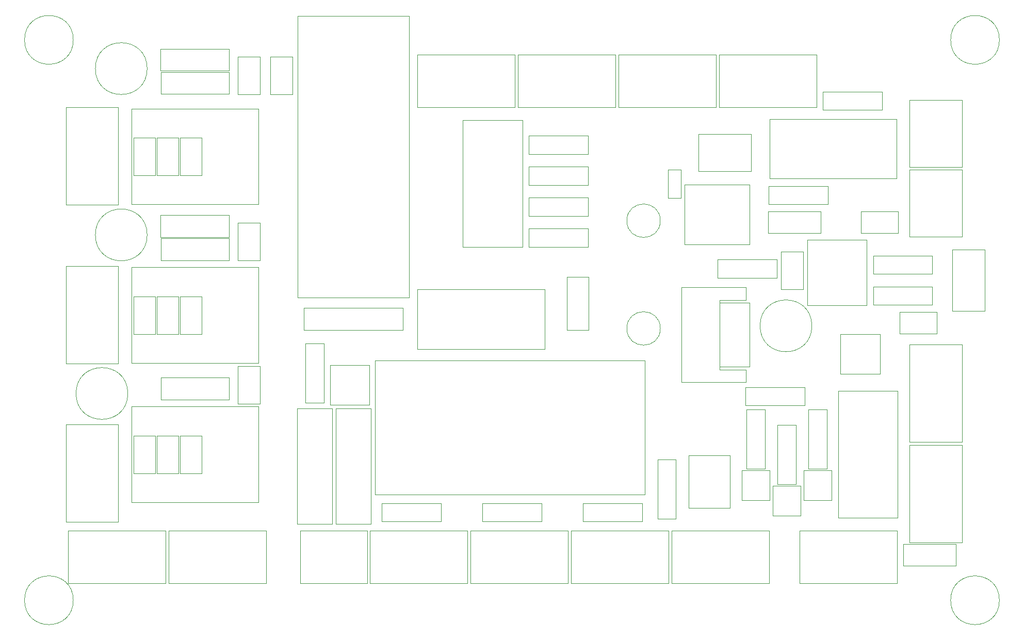
<source format=gbr>
G04 #@! TF.GenerationSoftware,KiCad,Pcbnew,(5.0.2)-1*
G04 #@! TF.CreationDate,2019-11-07T20:44:56+01:00*
G04 #@! TF.ProjectId,MPCNC Nano Estlcam Shield,4d50434e-4320-44e6-916e-6f204573746c,1.4*
G04 #@! TF.SameCoordinates,Original*
G04 #@! TF.FileFunction,Other,User*
%FSLAX46Y46*%
G04 Gerber Fmt 4.6, Leading zero omitted, Abs format (unit mm)*
G04 Created by KiCad (PCBNEW (5.0.2)-1) date 07.11.2019 20:44:56*
%MOMM*%
%LPD*%
G01*
G04 APERTURE LIST*
%ADD10C,0.050000*%
G04 APERTURE END LIST*
D10*
G04 #@! TO.C,D7*
X179270000Y-116060000D02*
X179270000Y-120910000D01*
X183770000Y-116060000D02*
X179270000Y-116060000D01*
X183770000Y-120910000D02*
X183770000Y-116060000D01*
X179270000Y-120910000D02*
X183770000Y-120910000D01*
G04 #@! TO.C,D6*
X184350000Y-118600000D02*
X184350000Y-123450000D01*
X188850000Y-118600000D02*
X184350000Y-118600000D01*
X188850000Y-123450000D02*
X188850000Y-118600000D01*
X184350000Y-123450000D02*
X188850000Y-123450000D01*
G04 #@! TO.C,D5*
X189430000Y-116060000D02*
X189430000Y-120910000D01*
X193930000Y-116060000D02*
X189430000Y-116060000D01*
X193930000Y-120910000D02*
X193930000Y-116060000D01*
X189430000Y-120910000D02*
X193930000Y-120910000D01*
G04 #@! TO.C,D4*
X118075000Y-98730000D02*
X111625000Y-98730000D01*
X118075000Y-105230000D02*
X118075000Y-98730000D01*
X111625000Y-105230000D02*
X118075000Y-105230000D01*
X111625000Y-98730000D02*
X111625000Y-105230000D01*
G04 #@! TO.C,D1*
X195435000Y-100150000D02*
X201885000Y-100150000D01*
X195435000Y-93650000D02*
X195435000Y-100150000D01*
X201885000Y-93650000D02*
X195435000Y-93650000D01*
X201885000Y-100150000D02*
X201885000Y-93650000D01*
G04 #@! TO.C,U6*
X175580000Y-88475000D02*
X175580000Y-98975000D01*
X180490000Y-88475000D02*
X175580000Y-88475000D01*
X180490000Y-98975000D02*
X180490000Y-88475000D01*
X175580000Y-98975000D02*
X180490000Y-98975000D01*
G04 #@! TO.C,C6*
X165855000Y-75040000D02*
G75*
G03X165855000Y-75040000I-2750000J0D01*
G01*
G04 #@! TO.C,C5*
X165855000Y-92725000D02*
G75*
G03X165855000Y-92725000I-2750000J0D01*
G01*
G04 #@! TO.C,C7*
X167135000Y-66680000D02*
X167135000Y-71280000D01*
X169235000Y-66680000D02*
X167135000Y-66680000D01*
X169235000Y-71280000D02*
X169235000Y-66680000D01*
X167135000Y-71280000D02*
X169235000Y-71280000D01*
G04 #@! TO.C,A5*
X119045000Y-119975000D02*
X119045000Y-97975000D01*
X163345000Y-119975000D02*
X119045000Y-119975000D01*
X163345000Y-97975000D02*
X163345000Y-119975000D01*
X119045000Y-97975000D02*
X163345000Y-97975000D01*
G04 #@! TO.C,H3*
X221505000Y-45350000D02*
G75*
G03X221505000Y-45350000I-4000000J0D01*
G01*
G04 #@! TO.C,H1*
X69505000Y-137350000D02*
G75*
G03X69505000Y-137350000I-4000000J0D01*
G01*
G04 #@! TO.C,H2*
X221505000Y-137350000D02*
G75*
G03X221505000Y-137350000I-4000000J0D01*
G01*
G04 #@! TO.C,H4*
X69505000Y-45350000D02*
G75*
G03X69505000Y-45350000I-4000000J0D01*
G01*
G04 #@! TO.C,R7*
X144275000Y-69190000D02*
X153995000Y-69190000D01*
X144275000Y-66190000D02*
X144275000Y-69190000D01*
X153995000Y-66190000D02*
X144275000Y-66190000D01*
X153995000Y-69190000D02*
X153995000Y-66190000D01*
G04 #@! TO.C,R8*
X144275000Y-64110000D02*
X153995000Y-64110000D01*
X144275000Y-61110000D02*
X144275000Y-64110000D01*
X153995000Y-61110000D02*
X144275000Y-61110000D01*
X153995000Y-64110000D02*
X153995000Y-61110000D01*
G04 #@! TO.C,C1*
X190723000Y-92300000D02*
G75*
G03X190723000Y-92300000I-4250000J0D01*
G01*
G04 #@! TO.C,C3*
X81630000Y-77370000D02*
G75*
G03X81630000Y-77370000I-4250000J0D01*
G01*
G04 #@! TO.C,C4*
X78455000Y-103405000D02*
G75*
G03X78455000Y-103405000I-4250000J0D01*
G01*
G04 #@! TO.C,C2*
X81630000Y-50065000D02*
G75*
G03X81630000Y-50065000I-4250000J0D01*
G01*
G04 #@! TO.C,U5*
X204825000Y-102970000D02*
X195025000Y-102970000D01*
X204825000Y-123820000D02*
X204825000Y-102970000D01*
X195025000Y-123820000D02*
X204825000Y-123820000D01*
X195025000Y-102970000D02*
X195025000Y-123820000D01*
G04 #@! TO.C,U2*
X133450000Y-79400000D02*
X143250000Y-79400000D01*
X133450000Y-58550000D02*
X133450000Y-79400000D01*
X143250000Y-58550000D02*
X133450000Y-58550000D01*
X143250000Y-79400000D02*
X143250000Y-58550000D01*
G04 #@! TO.C,U3*
X125995000Y-86295000D02*
X125995000Y-96095000D01*
X146845000Y-86295000D02*
X125995000Y-86295000D01*
X146845000Y-96095000D02*
X146845000Y-86295000D01*
X125995000Y-96095000D02*
X146845000Y-96095000D01*
G04 #@! TO.C,U4*
X204660000Y-68135000D02*
X204660000Y-58335000D01*
X183810000Y-68135000D02*
X204660000Y-68135000D01*
X183810000Y-58335000D02*
X183810000Y-68135000D01*
X204660000Y-58335000D02*
X183810000Y-58335000D01*
G04 #@! TO.C,U7*
X169810000Y-69150000D02*
X169810000Y-78950000D01*
X180510000Y-69150000D02*
X169810000Y-69150000D01*
X180510000Y-78950000D02*
X180510000Y-69150000D01*
X169810000Y-78950000D02*
X180510000Y-78950000D01*
G04 #@! TO.C,U1*
X199745000Y-78205000D02*
X189945000Y-78205000D01*
X199745000Y-88905000D02*
X199745000Y-78205000D01*
X189945000Y-88905000D02*
X199745000Y-88905000D01*
X189945000Y-78205000D02*
X189945000Y-88905000D01*
G04 #@! TO.C,D2*
X118330000Y-105845000D02*
X112630000Y-105845000D01*
X112630000Y-105845000D02*
X112630000Y-124785000D01*
X112630000Y-124785000D02*
X118330000Y-124785000D01*
X118330000Y-124785000D02*
X118330000Y-105845000D01*
G04 #@! TO.C,D3*
X111980000Y-105845000D02*
X106280000Y-105845000D01*
X106280000Y-105845000D02*
X106280000Y-124785000D01*
X106280000Y-124785000D02*
X111980000Y-124785000D01*
X111980000Y-124785000D02*
X111980000Y-105845000D01*
G04 #@! TO.C,R12*
X165415000Y-114265000D02*
X165415000Y-123985000D01*
X168415000Y-114265000D02*
X165415000Y-114265000D01*
X168415000Y-123985000D02*
X168415000Y-114265000D01*
X165415000Y-123985000D02*
X168415000Y-123985000D01*
G04 #@! TO.C,R4*
X202255000Y-53850000D02*
X192535000Y-53850000D01*
X202255000Y-56850000D02*
X202255000Y-53850000D01*
X192535000Y-56850000D02*
X202255000Y-56850000D01*
X192535000Y-53850000D02*
X192535000Y-56850000D01*
G04 #@! TO.C,R2*
X210510000Y-85875000D02*
X200790000Y-85875000D01*
X210510000Y-88875000D02*
X210510000Y-85875000D01*
X200790000Y-88875000D02*
X210510000Y-88875000D01*
X200790000Y-85875000D02*
X200790000Y-88875000D01*
G04 #@! TO.C,R1*
X184983000Y-81430000D02*
X175263000Y-81430000D01*
X184983000Y-84430000D02*
X184983000Y-81430000D01*
X175263000Y-84430000D02*
X184983000Y-84430000D01*
X175263000Y-81430000D02*
X175263000Y-84430000D01*
G04 #@! TO.C,R5*
X144275000Y-79350000D02*
X153995000Y-79350000D01*
X144275000Y-76350000D02*
X144275000Y-79350000D01*
X153995000Y-76350000D02*
X144275000Y-76350000D01*
X153995000Y-79350000D02*
X153995000Y-76350000D01*
G04 #@! TO.C,R6*
X144275000Y-74270000D02*
X153995000Y-74270000D01*
X144275000Y-71270000D02*
X144275000Y-74270000D01*
X153995000Y-71270000D02*
X144275000Y-71270000D01*
X153995000Y-74270000D02*
X153995000Y-71270000D01*
G04 #@! TO.C,R9*
X129865000Y-121435000D02*
X120145000Y-121435000D01*
X129865000Y-124435000D02*
X129865000Y-121435000D01*
X120145000Y-124435000D02*
X129865000Y-124435000D01*
X120145000Y-121435000D02*
X120145000Y-124435000D01*
G04 #@! TO.C,R11*
X162885000Y-121435000D02*
X153165000Y-121435000D01*
X162885000Y-124435000D02*
X162885000Y-121435000D01*
X153165000Y-124435000D02*
X162885000Y-124435000D01*
X153165000Y-121435000D02*
X153165000Y-124435000D01*
G04 #@! TO.C,R13*
X193365000Y-69365000D02*
X183645000Y-69365000D01*
X193365000Y-72365000D02*
X193365000Y-69365000D01*
X183645000Y-72365000D02*
X193365000Y-72365000D01*
X183645000Y-69365000D02*
X183645000Y-72365000D01*
G04 #@! TO.C,R14*
X189555000Y-102385000D02*
X179835000Y-102385000D01*
X189555000Y-105385000D02*
X189555000Y-102385000D01*
X179835000Y-105385000D02*
X189555000Y-105385000D01*
X179835000Y-102385000D02*
X179835000Y-105385000D01*
G04 #@! TO.C,R15*
X107630000Y-95215000D02*
X107630000Y-104935000D01*
X110630000Y-95215000D02*
X107630000Y-95215000D01*
X110630000Y-104935000D02*
X110630000Y-95215000D01*
X107630000Y-104935000D02*
X110630000Y-104935000D01*
G04 #@! TO.C,R16*
X193180000Y-115730000D02*
X193180000Y-106010000D01*
X190180000Y-115730000D02*
X193180000Y-115730000D01*
X190180000Y-106010000D02*
X190180000Y-115730000D01*
X193180000Y-106010000D02*
X190180000Y-106010000D01*
G04 #@! TO.C,R17*
X188100000Y-118270000D02*
X188100000Y-108550000D01*
X185100000Y-118270000D02*
X188100000Y-118270000D01*
X185100000Y-108550000D02*
X185100000Y-118270000D01*
X188100000Y-108550000D02*
X185100000Y-108550000D01*
G04 #@! TO.C,R18*
X180020000Y-106010000D02*
X180020000Y-115730000D01*
X183020000Y-106010000D02*
X180020000Y-106010000D01*
X183020000Y-115730000D02*
X183020000Y-106010000D01*
X180020000Y-115730000D02*
X183020000Y-115730000D01*
G04 #@! TO.C,R3*
X200790000Y-83795000D02*
X210510000Y-83795000D01*
X200790000Y-80795000D02*
X200790000Y-83795000D01*
X210510000Y-80795000D02*
X200790000Y-80795000D01*
X210510000Y-83795000D02*
X210510000Y-80795000D01*
G04 #@! TO.C,R10*
X146375000Y-121435000D02*
X136655000Y-121435000D01*
X146375000Y-124435000D02*
X146375000Y-121435000D01*
X136655000Y-124435000D02*
X146375000Y-124435000D01*
X136655000Y-121435000D02*
X136655000Y-124435000D01*
G04 #@! TO.C,RV1*
X213745000Y-79795000D02*
X213745000Y-89895000D01*
X219145000Y-79795000D02*
X213745000Y-79795000D01*
X219145000Y-89895000D02*
X219145000Y-79795000D01*
X213745000Y-89895000D02*
X219145000Y-89895000D01*
G04 #@! TO.C,A1*
X106350000Y-41405000D02*
X124630000Y-41405000D01*
X106350000Y-41405000D02*
X106350000Y-87625000D01*
X124630000Y-87625000D02*
X124630000Y-41405000D01*
X124630000Y-87625000D02*
X106350000Y-87625000D01*
G04 #@! TO.C,A4*
X79035000Y-121270000D02*
X79035000Y-105530000D01*
X79035000Y-121270000D02*
X99855000Y-121270000D01*
X99855000Y-105530000D02*
X79035000Y-105530000D01*
X99855000Y-105530000D02*
X99855000Y-121270000D01*
G04 #@! TO.C,A3*
X79035000Y-98410000D02*
X79035000Y-82670000D01*
X79035000Y-98410000D02*
X99855000Y-98410000D01*
X99855000Y-82670000D02*
X79035000Y-82670000D01*
X99855000Y-82670000D02*
X99855000Y-98410000D01*
G04 #@! TO.C,A2*
X79035000Y-72375000D02*
X79035000Y-56635000D01*
X79035000Y-72375000D02*
X99855000Y-72375000D01*
X99855000Y-56635000D02*
X79035000Y-56635000D01*
X99855000Y-56635000D02*
X99855000Y-72375000D01*
G04 #@! TO.C,J27*
X85175000Y-125955000D02*
X85175000Y-134555000D01*
X85175000Y-134555000D02*
X101175000Y-134555000D01*
X101175000Y-134555000D02*
X101175000Y-125955000D01*
X101175000Y-125955000D02*
X85175000Y-125955000D01*
G04 #@! TO.C,HS1*
X169315000Y-85975000D02*
X169315000Y-101575000D01*
X169315000Y-101575000D02*
X179915000Y-101575000D01*
X179915000Y-101575000D02*
X179915000Y-99475000D01*
X179915000Y-99475000D02*
X175615000Y-99475000D01*
X175615000Y-99475000D02*
X175615000Y-88075000D01*
X175615000Y-88075000D02*
X179915000Y-88075000D01*
X179915000Y-88075000D02*
X179915000Y-85975000D01*
X179915000Y-85975000D02*
X169315000Y-85975000D01*
G04 #@! TO.C,J17*
X206765000Y-55245000D02*
X206765000Y-66245000D01*
X215365000Y-55245000D02*
X206765000Y-55245000D01*
X215365000Y-66245000D02*
X215365000Y-55245000D01*
X206765000Y-66245000D02*
X215365000Y-66245000D01*
G04 #@! TO.C,J16*
X206765000Y-66675000D02*
X206765000Y-77675000D01*
X215365000Y-66675000D02*
X206765000Y-66675000D01*
X215365000Y-77675000D02*
X215365000Y-66675000D01*
X206765000Y-77675000D02*
X215365000Y-77675000D01*
G04 #@! TO.C,J1*
X117765000Y-125955000D02*
X106765000Y-125955000D01*
X117765000Y-134555000D02*
X117765000Y-125955000D01*
X106765000Y-134555000D02*
X117765000Y-134555000D01*
X106765000Y-125955000D02*
X106765000Y-134555000D01*
G04 #@! TO.C,J22*
X118195000Y-125955000D02*
X118195000Y-134555000D01*
X118195000Y-134555000D02*
X134195000Y-134555000D01*
X134195000Y-134555000D02*
X134195000Y-125955000D01*
X134195000Y-125955000D02*
X118195000Y-125955000D01*
G04 #@! TO.C,J13*
X206765000Y-127840000D02*
X215365000Y-127840000D01*
X215365000Y-127840000D02*
X215365000Y-111840000D01*
X215365000Y-111840000D02*
X206765000Y-111840000D01*
X206765000Y-111840000D02*
X206765000Y-127840000D01*
G04 #@! TO.C,J14*
X188680000Y-125955000D02*
X188680000Y-134555000D01*
X188680000Y-134555000D02*
X204680000Y-134555000D01*
X204680000Y-134555000D02*
X204680000Y-125955000D01*
X204680000Y-125955000D02*
X188680000Y-125955000D01*
G04 #@! TO.C,J12*
X206765000Y-111330000D02*
X215365000Y-111330000D01*
X215365000Y-111330000D02*
X215365000Y-95330000D01*
X215365000Y-95330000D02*
X206765000Y-95330000D01*
X206765000Y-95330000D02*
X206765000Y-111330000D01*
G04 #@! TO.C,J21*
X141975000Y-56415000D02*
X141975000Y-47815000D01*
X141975000Y-47815000D02*
X125975000Y-47815000D01*
X125975000Y-47815000D02*
X125975000Y-56415000D01*
X125975000Y-56415000D02*
X141975000Y-56415000D01*
G04 #@! TO.C,J18*
X191505000Y-56415000D02*
X191505000Y-47815000D01*
X191505000Y-47815000D02*
X175505000Y-47815000D01*
X175505000Y-47815000D02*
X175505000Y-56415000D01*
X175505000Y-56415000D02*
X191505000Y-56415000D01*
G04 #@! TO.C,J19*
X174995000Y-56415000D02*
X174995000Y-47815000D01*
X174995000Y-47815000D02*
X158995000Y-47815000D01*
X158995000Y-47815000D02*
X158995000Y-56415000D01*
X158995000Y-56415000D02*
X174995000Y-56415000D01*
G04 #@! TO.C,J20*
X158485000Y-56415000D02*
X158485000Y-47815000D01*
X158485000Y-47815000D02*
X142485000Y-47815000D01*
X142485000Y-47815000D02*
X142485000Y-56415000D01*
X142485000Y-56415000D02*
X158485000Y-56415000D01*
G04 #@! TO.C,J24*
X151215000Y-125955000D02*
X151215000Y-134555000D01*
X151215000Y-134555000D02*
X167215000Y-134555000D01*
X167215000Y-134555000D02*
X167215000Y-125955000D01*
X167215000Y-125955000D02*
X151215000Y-125955000D01*
G04 #@! TO.C,J25*
X167725000Y-125955000D02*
X167725000Y-134555000D01*
X167725000Y-134555000D02*
X183725000Y-134555000D01*
X183725000Y-134555000D02*
X183725000Y-125955000D01*
X183725000Y-125955000D02*
X167725000Y-125955000D01*
G04 #@! TO.C,J4*
X76900000Y-56435000D02*
X68300000Y-56435000D01*
X68300000Y-56435000D02*
X68300000Y-72435000D01*
X68300000Y-72435000D02*
X76900000Y-72435000D01*
X76900000Y-72435000D02*
X76900000Y-56435000D01*
G04 #@! TO.C,J5*
X76900000Y-82470000D02*
X68300000Y-82470000D01*
X68300000Y-82470000D02*
X68300000Y-98470000D01*
X68300000Y-98470000D02*
X76900000Y-98470000D01*
X76900000Y-98470000D02*
X76900000Y-82470000D01*
G04 #@! TO.C,J6*
X76900000Y-108505000D02*
X68300000Y-108505000D01*
X68300000Y-108505000D02*
X68300000Y-124505000D01*
X68300000Y-124505000D02*
X76900000Y-124505000D01*
X76900000Y-124505000D02*
X76900000Y-108505000D01*
G04 #@! TO.C,J23*
X134705000Y-125955000D02*
X134705000Y-134555000D01*
X134705000Y-134555000D02*
X150705000Y-134555000D01*
X150705000Y-134555000D02*
X150705000Y-125955000D01*
X150705000Y-125955000D02*
X134705000Y-125955000D01*
G04 #@! TO.C,J26*
X68665000Y-125955000D02*
X68665000Y-134555000D01*
X68665000Y-134555000D02*
X84665000Y-134555000D01*
X84665000Y-134555000D02*
X84665000Y-125955000D01*
X84665000Y-125955000D02*
X68665000Y-125955000D01*
G04 #@! TO.C,J29*
X105469000Y-48110000D02*
X101869000Y-48110000D01*
X105469000Y-54260000D02*
X105469000Y-48110000D01*
X101869000Y-54260000D02*
X105469000Y-54260000D01*
X101869000Y-48110000D02*
X101869000Y-54260000D01*
G04 #@! TO.C,J28*
X183530000Y-73510000D02*
X183530000Y-77110000D01*
X192180000Y-73510000D02*
X183530000Y-73510000D01*
X192180000Y-77110000D02*
X192180000Y-73510000D01*
X183530000Y-77110000D02*
X192180000Y-77110000D01*
G04 #@! TO.C,J15*
X172100000Y-60800000D02*
X172100000Y-66950000D01*
X180750000Y-60800000D02*
X172100000Y-60800000D01*
X180750000Y-66950000D02*
X180750000Y-60800000D01*
X172100000Y-66950000D02*
X180750000Y-66950000D01*
G04 #@! TO.C,J3*
X123630000Y-92985000D02*
X123630000Y-89385000D01*
X107330000Y-92985000D02*
X123630000Y-92985000D01*
X107330000Y-89385000D02*
X107330000Y-92985000D01*
X123630000Y-89385000D02*
X107330000Y-89385000D01*
G04 #@! TO.C,JP2*
X86800000Y-61445000D02*
X83200000Y-61445000D01*
X86800000Y-67595000D02*
X86800000Y-61445000D01*
X83200000Y-67595000D02*
X86800000Y-67595000D01*
X83200000Y-61445000D02*
X83200000Y-67595000D01*
G04 #@! TO.C,JP16*
X205120000Y-90020000D02*
X205120000Y-93620000D01*
X211270000Y-90020000D02*
X205120000Y-90020000D01*
X211270000Y-93620000D02*
X211270000Y-90020000D01*
X205120000Y-93620000D02*
X211270000Y-93620000D01*
G04 #@! TO.C,JP17*
X189289000Y-80114000D02*
X185689000Y-80114000D01*
X189289000Y-86264000D02*
X189289000Y-80114000D01*
X185689000Y-86264000D02*
X189289000Y-86264000D01*
X185689000Y-80114000D02*
X185689000Y-86264000D01*
G04 #@! TO.C,JP3*
X90610000Y-61445000D02*
X87010000Y-61445000D01*
X90610000Y-67595000D02*
X90610000Y-61445000D01*
X87010000Y-67595000D02*
X90610000Y-67595000D01*
X87010000Y-61445000D02*
X87010000Y-67595000D01*
G04 #@! TO.C,JP14*
X154110000Y-84305000D02*
X150510000Y-84305000D01*
X154110000Y-92955000D02*
X154110000Y-84305000D01*
X150510000Y-92955000D02*
X154110000Y-92955000D01*
X150510000Y-84305000D02*
X150510000Y-92955000D01*
G04 #@! TO.C,JP13*
X205755000Y-128120000D02*
X205755000Y-131720000D01*
X214405000Y-128120000D02*
X205755000Y-128120000D01*
X214405000Y-131720000D02*
X214405000Y-128120000D01*
X205755000Y-131720000D02*
X214405000Y-131720000D01*
G04 #@! TO.C,JP8*
X100135000Y-75415000D02*
X96535000Y-75415000D01*
X100135000Y-81565000D02*
X100135000Y-75415000D01*
X96535000Y-81565000D02*
X100135000Y-81565000D01*
X96535000Y-75415000D02*
X96535000Y-81565000D01*
G04 #@! TO.C,J2*
X177320000Y-122165000D02*
X177320000Y-113545000D01*
X170520000Y-122165000D02*
X177320000Y-122165000D01*
X170520000Y-113545000D02*
X170520000Y-122165000D01*
X177320000Y-113545000D02*
X170520000Y-113545000D01*
G04 #@! TO.C,J8*
X83835000Y-46840000D02*
X83835000Y-50440000D01*
X95035000Y-46840000D02*
X83835000Y-46840000D01*
X95035000Y-50440000D02*
X95035000Y-46840000D01*
X83835000Y-50440000D02*
X95035000Y-50440000D01*
G04 #@! TO.C,J7*
X95055000Y-54250000D02*
X95055000Y-50650000D01*
X83855000Y-54250000D02*
X95055000Y-54250000D01*
X83855000Y-50650000D02*
X83855000Y-54250000D01*
X95055000Y-50650000D02*
X83855000Y-50650000D01*
G04 #@! TO.C,J11*
X95055000Y-104415000D02*
X95055000Y-100815000D01*
X83855000Y-104415000D02*
X95055000Y-104415000D01*
X83855000Y-100815000D02*
X83855000Y-104415000D01*
X95055000Y-100815000D02*
X83855000Y-100815000D01*
G04 #@! TO.C,J10*
X83835000Y-74145000D02*
X83835000Y-77745000D01*
X95035000Y-74145000D02*
X83835000Y-74145000D01*
X95035000Y-77745000D02*
X95035000Y-74145000D01*
X83835000Y-77745000D02*
X95035000Y-77745000D01*
G04 #@! TO.C,J9*
X95055000Y-81555000D02*
X95055000Y-77955000D01*
X83855000Y-81555000D02*
X95055000Y-81555000D01*
X83855000Y-77955000D02*
X83855000Y-81555000D01*
X95055000Y-77955000D02*
X83855000Y-77955000D01*
G04 #@! TO.C,JP10*
X86800000Y-110340000D02*
X83200000Y-110340000D01*
X86800000Y-116490000D02*
X86800000Y-110340000D01*
X83200000Y-116490000D02*
X86800000Y-116490000D01*
X83200000Y-110340000D02*
X83200000Y-116490000D01*
G04 #@! TO.C,JP5*
X82990000Y-87480000D02*
X79390000Y-87480000D01*
X82990000Y-93630000D02*
X82990000Y-87480000D01*
X79390000Y-93630000D02*
X82990000Y-93630000D01*
X79390000Y-87480000D02*
X79390000Y-93630000D01*
G04 #@! TO.C,JP15*
X204910000Y-77110000D02*
X204910000Y-73510000D01*
X198760000Y-77110000D02*
X204910000Y-77110000D01*
X198760000Y-73510000D02*
X198760000Y-77110000D01*
X204910000Y-73510000D02*
X198760000Y-73510000D01*
G04 #@! TO.C,JP11*
X90610000Y-110340000D02*
X87010000Y-110340000D01*
X90610000Y-116490000D02*
X90610000Y-110340000D01*
X87010000Y-116490000D02*
X90610000Y-116490000D01*
X87010000Y-110340000D02*
X87010000Y-116490000D01*
G04 #@! TO.C,JP7*
X90610000Y-87480000D02*
X87010000Y-87480000D01*
X90610000Y-93630000D02*
X90610000Y-87480000D01*
X87010000Y-93630000D02*
X90610000Y-93630000D01*
X87010000Y-87480000D02*
X87010000Y-93630000D01*
G04 #@! TO.C,JP6*
X86800000Y-87480000D02*
X83200000Y-87480000D01*
X86800000Y-93630000D02*
X86800000Y-87480000D01*
X83200000Y-93630000D02*
X86800000Y-93630000D01*
X83200000Y-87480000D02*
X83200000Y-93630000D01*
G04 #@! TO.C,JP9*
X82990000Y-110340000D02*
X79390000Y-110340000D01*
X82990000Y-116490000D02*
X82990000Y-110340000D01*
X79390000Y-116490000D02*
X82990000Y-116490000D01*
X79390000Y-110340000D02*
X79390000Y-116490000D01*
G04 #@! TO.C,JP12*
X100135000Y-98910000D02*
X96535000Y-98910000D01*
X100135000Y-105060000D02*
X100135000Y-98910000D01*
X96535000Y-105060000D02*
X100135000Y-105060000D01*
X96535000Y-98910000D02*
X96535000Y-105060000D01*
G04 #@! TO.C,JP4*
X100135000Y-48110000D02*
X96535000Y-48110000D01*
X100135000Y-54260000D02*
X100135000Y-48110000D01*
X96535000Y-54260000D02*
X100135000Y-54260000D01*
X96535000Y-48110000D02*
X96535000Y-54260000D01*
G04 #@! TO.C,JP1*
X82990000Y-61445000D02*
X79390000Y-61445000D01*
X82990000Y-67595000D02*
X82990000Y-61445000D01*
X79390000Y-67595000D02*
X82990000Y-67595000D01*
X79390000Y-61445000D02*
X79390000Y-67595000D01*
G04 #@! TD*
M02*

</source>
